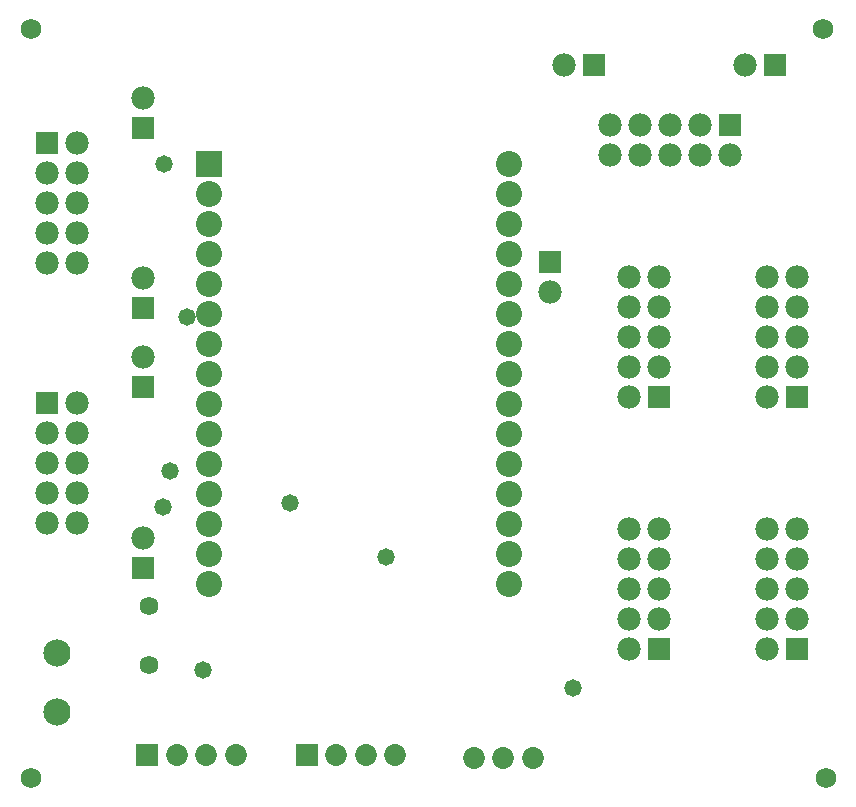
<source format=gbs>
G04*
G04 #@! TF.GenerationSoftware,Altium Limited,Altium Designer,21.6.4 (81)*
G04*
G04 Layer_Color=16711935*
%FSLAX25Y25*%
%MOIN*%
G70*
G04*
G04 #@! TF.SameCoordinates,3774DA31-8614-4C77-8703-5363F9479B90*
G04*
G04*
G04 #@! TF.FilePolarity,Negative*
G04*
G01*
G75*
%ADD14C,0.06800*%
%ADD15R,0.08674X0.08674*%
%ADD16C,0.08674*%
%ADD17C,0.07800*%
%ADD18R,0.07800X0.07800*%
%ADD19C,0.07296*%
%ADD20R,0.07296X0.07296*%
%ADD21R,0.07800X0.07800*%
%ADD22C,0.06237*%
%ADD23C,0.09068*%
%ADD24C,0.05800*%
D14*
X133500Y176500D02*
D03*
Y426000D02*
D03*
X398500Y176500D02*
D03*
X397500Y426000D02*
D03*
D15*
X193000Y381000D02*
D03*
D16*
Y371000D02*
D03*
Y361000D02*
D03*
Y351000D02*
D03*
Y341000D02*
D03*
Y331000D02*
D03*
Y321000D02*
D03*
Y311000D02*
D03*
Y301000D02*
D03*
Y291000D02*
D03*
Y281000D02*
D03*
Y271000D02*
D03*
Y261000D02*
D03*
Y251000D02*
D03*
Y241000D02*
D03*
X293000Y381000D02*
D03*
Y371000D02*
D03*
Y361000D02*
D03*
Y351000D02*
D03*
Y341000D02*
D03*
Y331000D02*
D03*
Y321000D02*
D03*
Y311000D02*
D03*
Y301000D02*
D03*
Y291000D02*
D03*
Y281000D02*
D03*
Y271000D02*
D03*
Y261000D02*
D03*
Y251000D02*
D03*
Y241000D02*
D03*
D17*
X171000Y256394D02*
D03*
Y316606D02*
D03*
Y403106D02*
D03*
Y342894D02*
D03*
X343000Y259500D02*
D03*
Y249500D02*
D03*
Y239500D02*
D03*
Y229500D02*
D03*
X333000Y259500D02*
D03*
Y249500D02*
D03*
Y239500D02*
D03*
Y229500D02*
D03*
Y219500D02*
D03*
X389000Y259500D02*
D03*
Y249500D02*
D03*
Y239500D02*
D03*
Y229500D02*
D03*
X379000Y259500D02*
D03*
Y249500D02*
D03*
Y239500D02*
D03*
Y229500D02*
D03*
Y219500D02*
D03*
X343000Y343500D02*
D03*
Y333500D02*
D03*
Y323500D02*
D03*
Y313500D02*
D03*
X333000Y343500D02*
D03*
Y333500D02*
D03*
Y323500D02*
D03*
Y313500D02*
D03*
Y303500D02*
D03*
X389000Y343500D02*
D03*
Y333500D02*
D03*
Y323500D02*
D03*
Y313500D02*
D03*
X379000Y343500D02*
D03*
Y333500D02*
D03*
Y323500D02*
D03*
Y313500D02*
D03*
Y303500D02*
D03*
X306500Y338496D02*
D03*
X139000Y348000D02*
D03*
Y358000D02*
D03*
Y368000D02*
D03*
Y378000D02*
D03*
X149000Y348000D02*
D03*
Y358000D02*
D03*
Y368000D02*
D03*
Y378000D02*
D03*
Y388000D02*
D03*
X326500Y394000D02*
D03*
X336500D02*
D03*
X346500D02*
D03*
X356500D02*
D03*
X326500Y384000D02*
D03*
X336500D02*
D03*
X346500D02*
D03*
X356500D02*
D03*
X366500D02*
D03*
X139000Y261500D02*
D03*
Y271500D02*
D03*
Y281500D02*
D03*
Y291500D02*
D03*
X149000Y261500D02*
D03*
Y271500D02*
D03*
Y281500D02*
D03*
Y291500D02*
D03*
Y301500D02*
D03*
X371500Y414000D02*
D03*
X311394D02*
D03*
D18*
X171000Y246394D02*
D03*
Y306606D02*
D03*
Y393106D02*
D03*
Y332894D02*
D03*
X343000Y219500D02*
D03*
X389000D02*
D03*
X343000Y303500D02*
D03*
X389000D02*
D03*
X306500Y348496D02*
D03*
X139000Y388000D02*
D03*
Y301500D02*
D03*
D19*
X255000Y184000D02*
D03*
X245157D02*
D03*
X235315D02*
D03*
X201843D02*
D03*
X192000D02*
D03*
X182157D02*
D03*
X281158Y183000D02*
D03*
X291000D02*
D03*
X300843D02*
D03*
D20*
X225472Y184000D02*
D03*
X172315D02*
D03*
D21*
X366500Y394000D02*
D03*
X381500Y414000D02*
D03*
X321394D02*
D03*
D22*
X173000Y214157D02*
D03*
Y233843D02*
D03*
D23*
X142219Y198370D02*
D03*
Y218055D02*
D03*
D24*
X180131Y278617D02*
D03*
X185646Y329894D02*
D03*
X178105Y381000D02*
D03*
X314425Y206196D02*
D03*
X190828Y212301D02*
D03*
X177500Y266700D02*
D03*
X252100Y250100D02*
D03*
X219900Y267900D02*
D03*
M02*

</source>
